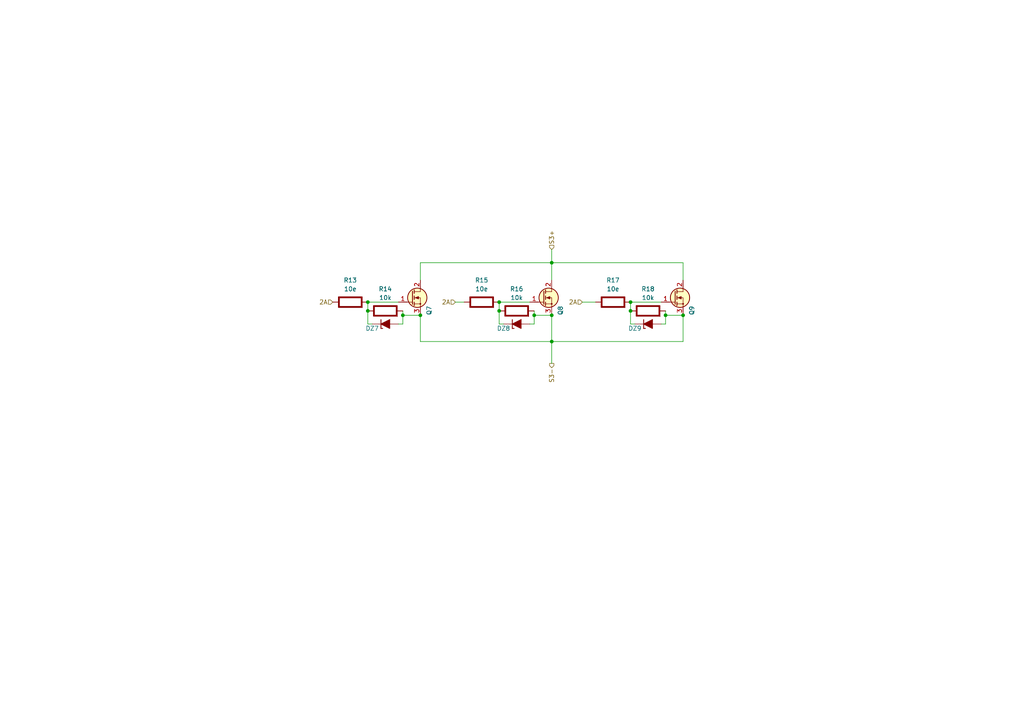
<source format=kicad_sch>
(kicad_sch (version 20231120) (generator "eeschema") (generator_version "8.0")
  (paper "A4")
  (lib_symbols
    (symbol "PCM_Diode_Zener_AKL:D_Zener_Generic" (pin_numbers hide) (pin_names (offset 1.016) hide)
      (property "Reference" "DZ" (at 0 5.08 0))
      (property "Value" "D_Zener_Generic" (at 0 2.54 0))
      (symbol "D_Zener_Generic_0_1"
        (polyline (pts (xy -1.27 0) (xy 1.27 0)))
        (polyline (pts (xy 1.27 1.27) (xy 0.762 1.27)) (stroke (width 0.254)))
        (polyline (pts (xy 1.27 1.27) (xy 1.27 -1.27)) (stroke (width 0.254)))
        (polyline (pts (xy -1.27 -1.27) (xy -1.27 1.27) (xy 1.27 0) (xy -1.27 -1.27)) (stroke (width 0.254)) (fill (type outline)))
      )
      (symbol "D_Zener_Generic_1_1"
        (pin passive line (at 3.81 0 180) (length 2.54) (name "K") (number "1"))
        (pin passive line (at -3.81 0 0) (length 2.54) (name "A") (number "2"))
      )
    )
    (symbol "PCM_Elektuur:R" (pin_numbers hide) (pin_names (offset 0) hide)
      (property "Reference" "R" (at 2.54 3.175 0))
      (property "Value" "R" (at 0 0 90))
      (symbol "R_1_1"
        (polyline (pts (xy -1.524 -3.429) (xy 1.524 -3.429) (xy 1.524 3.429) (xy -1.524 3.429) (xy -1.524 -3.429) (xy -1.27 -3.175) (xy -1.27 3.175) (xy 1.27 3.175) (xy 1.27 -3.175) (xy -1.27 -3.175) (xy -1.524 -3.429)) (stroke (width 0.254)) (fill (type outline)))
        (pin passive line (at 0 5.08 270) (length 1.651) (name "+") (number "1"))
        (pin passive line (at 0 -5.08 90) (length 1.651) (name "-") (number "2"))
      )
      (symbol "R_1_2"
        (polyline (pts (xy -0.508 -3.429) (xy 1.524 -3.429) (xy 1.524 3.429) (xy -0.508 3.429) (xy -0.508 3.175) (xy 1.27 3.175) (xy 1.27 -3.175) (xy -0.508 -3.175) (xy -0.508 -3.429)) (stroke (width 0.254)) (fill (type outline)))
        (pin passive line (at 0 5.08 270) (length 1.651) (name "+") (number "1"))
        (pin passive line (at 0 -5.08 90) (length 1.651) (name "-") (number "2"))
      )
      (symbol "R_1_3"
        (polyline (pts (xy 0 3.4798) (xy 0 3.2004) (xy 0.7112 2.794) (xy -1.1938 1.6764) (xy 0.7112 0.5588) (xy -1.1938 -0.5588) (xy 0.7112 -1.6764) (xy -1.1938 -2.794) (xy 0 -3.4798) (xy 0 -3.2004) (xy -0.7112 -2.794) (xy 1.1938 -1.6764) (xy -0.7112 -0.5588) (xy 1.1938 0.5588) (xy -0.7112 1.6764) (xy 1.1938 2.794) (xy 0 3.4798)) (stroke (width 0.254)) (fill (type outline)))
        (pin passive line (at 0 5.08 270) (length 1.6002) (name "+") (number "1"))
        (pin passive line (at 0 -5.08 90) (length 1.6002) (name "-") (number "2"))
      )
      (symbol "R_1_4"
        (polyline (pts (xy 0 4.5466) (xy 0 4.2672) (xy 0.0508 4.2418) (xy 1.016 3.683) (xy -1.524 2.2098) (xy 1.016 0.7366) (xy -1.524 -0.7366) (xy 1.016 -2.2098) (xy -1.524 -3.683) (xy -0.0762 -4.5212) (xy 0 -4.5466) (xy 0 -4.2672) (xy -0.0508 -4.2418) (xy -1.016 -3.683) (xy 1.524 -2.2098) (xy -1.016 -0.7366) (xy 1.524 0.7366) (xy -1.016 2.2098) (xy 1.524 3.683) (xy 0.0762 4.5212) (xy 0 4.5466)) (stroke (width 0.254)) (fill (type outline)))
        (pin passive line (at 0 5.08 270) (length 0.5334) (name "+") (number "1"))
        (pin passive line (at 0 -5.08 90) (length 0.5334) (name "-") (number "2"))
      )
    )
    (symbol "PCM_Transistor_MOSFET_AKL:STB35NF10" (pin_names hide)
      (property "Reference" "Q" (at 5.08 1.27 0))
      (property "Value" "STB35NF10" (at 5.08 -1.27 0))
      (symbol "STB35NF10_0_1"
        (polyline (pts (xy 0.254 -1.27) (xy -2.54 -1.27)))
        (polyline (pts (xy 0.254 1.905) (xy 0.254 -1.905)) (stroke (width 0.254)))
        (polyline (pts (xy 0.762 -1.778) (xy 2.54 -1.778)))
        (polyline (pts (xy 0.762 -1.27) (xy 0.762 -2.286)) (stroke (width 0.254)))
        (polyline (pts (xy 0.762 0.508) (xy 0.762 -0.508)) (stroke (width 0.254)))
        (polyline (pts (xy 0.762 2.286) (xy 0.762 1.27)) (stroke (width 0.254)))
        (polyline (pts (xy 2.54 1.778) (xy 0.762 1.778)))
        (polyline (pts (xy 2.54 2.54) (xy 2.54 1.778)))
        (polyline (pts (xy 2.54 -2.54) (xy 2.54 0) (xy 0.762 0)))
        (polyline (pts (xy 1.016 0) (xy 2.032 0.381) (xy 2.032 -0.381) (xy 1.016 0)) (fill (type outline)))
        (circle (center 1.651 0) (radius 2.794) (stroke (width 0.254)) (fill (type background)))
        (circle (center 2.54 -1.778) (radius 0.1778) (fill (type outline)))
      )
      (symbol "STB35NF10_1_1"
        (pin input line (at -3.81 -1.27 0) (length 2.54) (name "G") (number "1"))
        (pin passive line (at 2.54 5.08 270) (length 2.54) (name "D") (number "2"))
        (pin passive line (at 2.54 -5.08 90) (length 2.54) (name "S") (number "3"))
      )
    )
  )
  (junction (at 144.78 90.17))
  (junction (at 121.92 91.44))
  (junction (at 193.04 91.44))
  (junction (at 198.12 91.44))
  (junction (at 144.78 87.63))
  (junction (at 160.02 76.2))
  (junction (at 160.02 99.06))
  (junction (at 154.94 91.44))
  (junction (at 182.88 87.63))
  (junction (at 160.02 91.44))
  (junction (at 106.68 87.63))
  (junction (at 106.68 90.17))
  (junction (at 182.88 90.17))
  (junction (at 116.84 91.44))
  (wire (pts (xy 116.84 91.44) (xy 116.84 90.17)))
  (wire (pts (xy 160.02 91.44) (xy 160.02 99.06)))
  (wire (pts (xy 116.84 93.98) (xy 116.84 91.44)))
  (wire (pts (xy 182.88 87.63) (xy 191.77 87.63)))
  (wire (pts (xy 115.57 93.98) (xy 116.84 93.98)))
  (wire (pts (xy 160.02 99.06) (xy 121.92 99.06)))
  (wire (pts (xy 132.08 87.63) (xy 134.62 87.63)))
  (wire (pts (xy 193.04 91.44) (xy 193.04 90.17)))
  (wire (pts (xy 144.78 87.63) (xy 153.67 87.63)))
  (wire (pts (xy 144.78 93.98) (xy 144.78 90.17)))
  (wire (pts (xy 153.67 93.98) (xy 154.94 93.98)))
  (wire (pts (xy 184.15 93.98) (xy 182.88 93.98)))
  (wire (pts (xy 160.02 99.06) (xy 160.02 105.41)))
  (wire (pts (xy 193.04 91.44) (xy 198.12 91.44)))
  (wire (pts (xy 121.92 91.44) (xy 121.92 99.06)))
  (wire (pts (xy 160.02 76.2) (xy 198.12 76.2)))
  (wire (pts (xy 160.02 72.39) (xy 160.02 76.2)))
  (wire (pts (xy 107.95 93.98) (xy 106.68 93.98)))
  (wire (pts (xy 168.91 87.63) (xy 172.72 87.63)))
  (wire (pts (xy 193.04 93.98) (xy 193.04 91.44)))
  (wire (pts (xy 121.92 76.2) (xy 121.92 81.28)))
  (wire (pts (xy 121.92 76.2) (xy 160.02 76.2)))
  (wire (pts (xy 198.12 91.44) (xy 198.12 99.06)))
  (wire (pts (xy 106.68 87.63) (xy 106.68 90.17)))
  (wire (pts (xy 154.94 93.98) (xy 154.94 91.44)))
  (wire (pts (xy 154.94 91.44) (xy 160.02 91.44)))
  (wire (pts (xy 182.88 87.63) (xy 182.88 90.17)))
  (wire (pts (xy 106.68 87.63) (xy 115.57 87.63)))
  (wire (pts (xy 144.78 87.63) (xy 144.78 90.17)))
  (wire (pts (xy 198.12 99.06) (xy 160.02 99.06)))
  (wire (pts (xy 198.12 76.2) (xy 198.12 81.28)))
  (wire (pts (xy 106.68 93.98) (xy 106.68 90.17)))
  (wire (pts (xy 191.77 93.98) (xy 193.04 93.98)))
  (wire (pts (xy 160.02 76.2) (xy 160.02 81.28)))
  (wire (pts (xy 116.84 91.44) (xy 121.92 91.44)))
  (wire (pts (xy 154.94 91.44) (xy 154.94 90.17)))
  (wire (pts (xy 182.88 93.98) (xy 182.88 90.17)))
  (wire (pts (xy 146.05 93.98) (xy 144.78 93.98)))
  (hierarchical_label "2A" (shape input) (at 132.08 87.63 180))
  (hierarchical_label "S3-" (shape output) (at 160.02 105.41 270))
  (hierarchical_label "2A" (shape input) (at 96.52 87.63 180))
  (hierarchical_label "2A" (shape input) (at 168.91 87.63 180))
  (hierarchical_label "S3+" (shape input) (at 160.02 72.39 90))
  (symbol (lib_id "PCM_Elektuur:R") (at 177.8 87.63 90) (unit 1)
    (property "Reference" "R5" (at 177.8 81.28 90))
    (property "Value" "10e" (at 177.8 83.82 90))
    (property "Description" "resistor" (effects (hide yes)))
    (property "Indicator" "+" (effects (hide yes)))
    (property "Rating" "W" (effects (hide yes)))
    (instances (project "kIKAD" (path "" (reference "R17") (unit 1)) (path "" (reference "R29") (unit 1))))
  )
  (symbol (lib_id "PCM_Elektuur:R") (at 139.7 87.63 90) (unit 1)
    (property "Reference" "R3" (at 139.7 81.28 90))
    (property "Value" "10e" (at 139.7 83.82 90))
    (property "Description" "resistor" (effects (hide yes)))
    (property "Indicator" "+" (effects (hide yes)))
    (property "Rating" "W" (effects (hide yes)))
    (instances (project "kIKAD" (path "" (reference "R15") (unit 1)) (path "" (reference "R27") (unit 1))))
  )
  (symbol (lib_id "PCM_Elektuur:R") (at 101.6 87.63 90) (unit 1)
    (property "Reference" "R1" (at 101.6 81.28 90))
    (property "Value" "10e" (at 101.6 83.82 90))
    (property "Description" "resistor" (effects (hide yes)))
    (property "Indicator" "+" (effects (hide yes)))
    (property "Rating" "W" (effects (hide yes)))
    (instances (project "kIKAD" (path "" (reference "R13") (unit 1)) (path "" (reference "R25") (unit 1))))
  )
  (symbol (lib_id "PCM_Diode_Zener_AKL:D_Zener_Generic") (at 149.86 93.98 180) (unit 1)
    (property "Reference" "DZ2" (at 146.05 95.25 0))
    (property "Value" "D_Zener_Generic" (effects (hide yes)))
    (property "Description" "Zener diode, generic symbol, Alternate KiCAD Library" (effects (hide yes)))
    (instances (project "kIKAD" (path "" (reference "DZ8") (unit 1)) (path "" (reference "DZ14") (unit 1))))
  )
  (symbol (lib_id "PCM_Transistor_MOSFET_AKL:STB35NF10") (at 157.48 86.36 0) (unit 1)
    (property "Reference" "Q5" (at 162.56 91.44 90) (effects (justify left)))
    (property "Value" "STP80NF10" (effects (hide yes)))
    (property "Footprint" "Package_TO_SOT_THT:TO-220-3_Vertical" (effects (hide yes)))
    (property "Datasheet" "https://www.tme.eu/Document/d703553d23f6a201b6b5b55945740c94/STB35NF10.pdf" (effects (hide yes)))
    (property "Description" "TO-263 N-MOSFET enchancement mode transistor, 100V, 40A, 115W, Alternate KiCAD Library" (effects (hide yes)))
    (instances (project "kIKAD" (path "" (reference "Q8") (unit 1)) (path "" (reference "Q14") (unit 1))))
  )
  (symbol (lib_id "PCM_Transistor_MOSFET_AKL:STB35NF10") (at 119.38 86.36 0) (unit 1)
    (property "Reference" "Q4" (at 124.46 91.44 90) (effects (justify left)))
    (property "Value" "STP80NF10" (effects (hide yes)))
    (property "Footprint" "Package_TO_SOT_THT:TO-220-3_Vertical" (effects (hide yes)))
    (property "Datasheet" "https://www.tme.eu/Document/d703553d23f6a201b6b5b55945740c94/STB35NF10.pdf" (effects (hide yes)))
    (property "Description" "TO-263 N-MOSFET enchancement mode transistor, 100V, 40A, 115W, Alternate KiCAD Library" (effects (hide yes)))
    (instances (project "kIKAD" (path "" (reference "Q7") (unit 1)) (path "" (reference "Q13") (unit 1))))
  )
  (symbol (lib_id "PCM_Diode_Zener_AKL:D_Zener_Generic") (at 187.96 93.98 180) (unit 1)
    (property "Reference" "DZ3" (at 184.15 95.25 0))
    (property "Value" "D_Zener_Generic" (effects (hide yes)))
    (property "Description" "Zener diode, generic symbol, Alternate KiCAD Library" (effects (hide yes)))
    (instances (project "kIKAD" (path "" (reference "DZ9") (unit 1)) (path "" (reference "DZ15") (unit 1))))
  )
  (symbol (lib_id "PCM_Transistor_MOSFET_AKL:STB35NF10") (at 195.58 86.36 0) (unit 1)
    (property "Reference" "Q6" (at 200.66 91.44 90) (effects (justify left)))
    (property "Value" "STP80NF10" (effects (hide yes)))
    (property "Footprint" "Package_TO_SOT_THT:TO-220-3_Vertical" (effects (hide yes)))
    (property "Datasheet" "https://www.tme.eu/Document/d703553d23f6a201b6b5b55945740c94/STB35NF10.pdf" (effects (hide yes)))
    (property "Description" "TO-263 N-MOSFET enchancement mode transistor, 100V, 40A, 115W, Alternate KiCAD Library" (effects (hide yes)))
    (instances (project "kIKAD" (path "" (reference "Q9") (unit 1)) (path "" (reference "Q15") (unit 1))))
  )
  (symbol (lib_id "PCM_Elektuur:R") (at 149.86 90.17 90) (unit 1)
    (property "Reference" "R4" (at 149.86 83.82 90))
    (property "Value" "10k" (at 149.86 86.36 90))
    (property "Description" "resistor" (effects (hide yes)))
    (property "Indicator" "+" (effects (hide yes)))
    (property "Rating" "W" (effects (hide yes)))
    (instances (project "kIKAD" (path "" (reference "R16") (unit 1)) (path "" (reference "R28") (unit 1))))
  )
  (symbol (lib_id "PCM_Diode_Zener_AKL:D_Zener_Generic") (at 111.76 93.98 180) (unit 1)
    (property "Reference" "DZ1" (at 107.95 95.25 0))
    (property "Value" "D_Zener_Generic" (effects (hide yes)))
    (property "Description" "Zener diode, generic symbol, Alternate KiCAD Library" (effects (hide yes)))
    (instances (project "kIKAD" (path "" (reference "DZ7") (unit 1)) (path "" (reference "DZ13") (unit 1))))
  )
  (symbol (lib_id "PCM_Elektuur:R") (at 111.76 90.17 90) (unit 1)
    (property "Reference" "R2" (at 111.76 83.82 90))
    (property "Value" "10k" (at 111.76 86.36 90))
    (property "Description" "resistor" (effects (hide yes)))
    (property "Indicator" "+" (effects (hide yes)))
    (property "Rating" "W" (effects (hide yes)))
    (instances (project "kIKAD" (path "" (reference "R14") (unit 1)) (path "" (reference "R26") (unit 1))))
  )
  (symbol (lib_id "PCM_Elektuur:R") (at 187.96 90.17 90) (unit 1)
    (property "Reference" "R6" (at 187.96 83.82 90))
    (property "Value" "10k" (at 187.96 86.36 90))
    (property "Description" "resistor" (effects (hide yes)))
    (property "Indicator" "+" (effects (hide yes)))
    (property "Rating" "W" (effects (hide yes)))
    (instances (project "kIKAD" (path "" (reference "R18") (unit 1)) (path "" (reference "R30") (unit 1))))
  )
)
</source>
